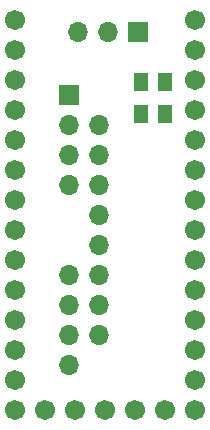
<source format=gbr>
G04 #@! TF.FileFunction,Soldermask,Top*
%FSLAX46Y46*%
G04 Gerber Fmt 4.6, Leading zero omitted, Abs format (unit mm)*
G04 Created by KiCad (PCBNEW 4.0.0-rc1-stable) date 30/03/2017 16:27:04*
%MOMM*%
G01*
G04 APERTURE LIST*
%ADD10C,0.076200*%
%ADD11R,1.700000X1.700000*%
%ADD12O,1.700000X1.700000*%
%ADD13R,1.300000X1.500000*%
%ADD14C,1.701800*%
G04 APERTURE END LIST*
D10*
D11*
X108204000Y-98806000D03*
D12*
X105664000Y-98806000D03*
X103124000Y-98806000D03*
D13*
X110490000Y-105744000D03*
X110490000Y-103044000D03*
X108458000Y-103044000D03*
X108458000Y-105744000D03*
D14*
X113030000Y-100330000D03*
X113030000Y-102870000D03*
X113030000Y-105410000D03*
X113030000Y-107950000D03*
X113030000Y-110490000D03*
X113030000Y-113030000D03*
X113030000Y-115570000D03*
X113030000Y-118110000D03*
X113030000Y-120650000D03*
X113030000Y-123190000D03*
X113030000Y-125730000D03*
X113030000Y-128270000D03*
X113030000Y-130810000D03*
X97790000Y-130810000D03*
X97790000Y-128270000D03*
X97790000Y-125730000D03*
X97790000Y-123190000D03*
X97790000Y-120650000D03*
X97790000Y-118110000D03*
X97790000Y-115570000D03*
X97790000Y-113030000D03*
X97790000Y-110490000D03*
X97790000Y-107950000D03*
X97790000Y-105410000D03*
X97790000Y-102870000D03*
X97790000Y-100330000D03*
X97790000Y-97790000D03*
X113030000Y-97790000D03*
X110490000Y-130810000D03*
X107950000Y-130810000D03*
X105410000Y-130810000D03*
X102870000Y-130810000D03*
X100330000Y-130810000D03*
D11*
X102362000Y-104140000D03*
D12*
X102362000Y-106680000D03*
X104902000Y-106680000D03*
X102362000Y-109220000D03*
X104902000Y-109220000D03*
X102362000Y-111760000D03*
X104902000Y-111760000D03*
X104902000Y-114300000D03*
X104902000Y-116840000D03*
X102362000Y-119380000D03*
X104902000Y-119380000D03*
X102362000Y-121920000D03*
X104902000Y-121920000D03*
X102362000Y-124460000D03*
X104902000Y-124460000D03*
X102362000Y-127000000D03*
M02*

</source>
